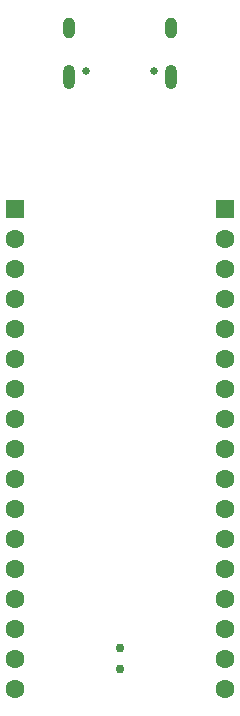
<source format=gbs>
G04 #@! TF.GenerationSoftware,KiCad,Pcbnew,7.0.1*
G04 #@! TF.CreationDate,2023-03-20T20:29:13+09:00*
G04 #@! TF.ProjectId,EB-STM32U575CIU6Q,45422d53-544d-4333-9255-353735434955,V1.0*
G04 #@! TF.SameCoordinates,Original*
G04 #@! TF.FileFunction,Soldermask,Bot*
G04 #@! TF.FilePolarity,Negative*
%FSLAX46Y46*%
G04 Gerber Fmt 4.6, Leading zero omitted, Abs format (unit mm)*
G04 Created by KiCad (PCBNEW 7.0.1) date 2023-03-20 20:29:13*
%MOMM*%
%LPD*%
G01*
G04 APERTURE LIST*
%ADD10O,1.000000X1.800000*%
%ADD11C,0.650000*%
%ADD12O,1.000000X2.100000*%
%ADD13R,1.600000X1.600000*%
%ADD14C,1.600000*%
%ADD15C,0.750000*%
G04 APERTURE END LIST*
D10*
X4320000Y15400000D03*
D11*
X2890000Y11720000D03*
X-2890000Y11720000D03*
D12*
X-4320000Y11220000D03*
D10*
X-4320000Y15400000D03*
D12*
X4320000Y11220000D03*
D13*
X8890000Y0D03*
D14*
X8890000Y-2540000D03*
X8890000Y-5080000D03*
X8890000Y-7620000D03*
X8890000Y-10160000D03*
X8890000Y-12700000D03*
X8890000Y-15240000D03*
X8890000Y-17780000D03*
X8890000Y-20320000D03*
X8890000Y-22860000D03*
X8890000Y-25400000D03*
X8890000Y-27940000D03*
X8890000Y-30480000D03*
X8890000Y-33020000D03*
X8890000Y-35560000D03*
X8890000Y-38100000D03*
X8890000Y-40640000D03*
D15*
X0Y-38900000D03*
X0Y-37100000D03*
D13*
X-8890000Y0D03*
D14*
X-8890000Y-2540000D03*
X-8890000Y-5080000D03*
X-8890000Y-7620000D03*
X-8890000Y-10160000D03*
X-8890000Y-12700000D03*
X-8890000Y-15240000D03*
X-8890000Y-17780000D03*
X-8890000Y-20320000D03*
X-8890000Y-22860000D03*
X-8890000Y-25400000D03*
X-8890000Y-27940000D03*
X-8890000Y-30480000D03*
X-8890000Y-33020000D03*
X-8890000Y-35560000D03*
X-8890000Y-38100000D03*
X-8890000Y-40640000D03*
M02*

</source>
